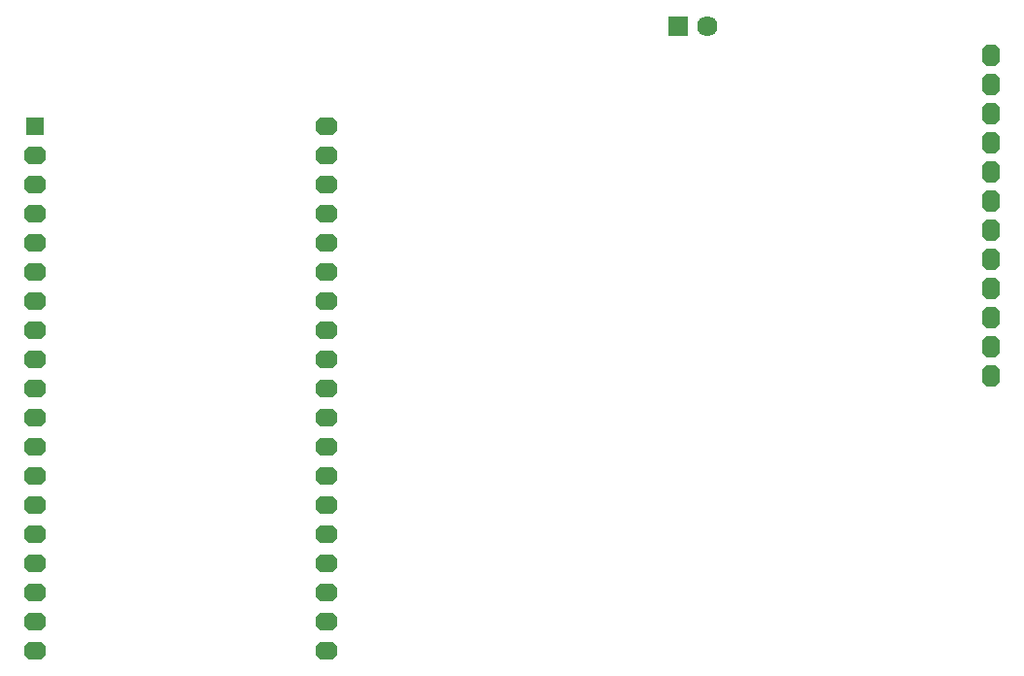
<source format=gbl>
%FSTAX23Y23*%
%MOIN*%
%SFA1B1*%

%IPPOS*%
%AMD48*
4,1,8,0.022000,0.030700,-0.022000,0.030700,-0.037400,0.015400,-0.037400,-0.015400,-0.022000,-0.030700,0.022000,-0.030700,0.037400,-0.015400,0.037400,0.015400,0.022000,0.030700,0.0*
%
%AMD49*
4,1,8,-0.029500,0.022600,-0.029500,-0.022600,-0.014800,-0.037400,0.014800,-0.037400,0.029500,-0.022600,0.029500,0.022600,0.014800,0.037400,-0.014800,0.037400,-0.029500,0.022600,0.0*
%
%ADD45C,0.070280*%
%ADD46R,0.070280X0.070280*%
%ADD47R,0.061420X0.061420*%
G04~CAMADD=48~4~0.0~0.0~748.0~614.2~0.0~153.6~0~0.0~0.0~0.0~0.0~0~0.0~0.0~0.0~0.0~0~0.0~0.0~0.0~0.0~748.0~614.2*
%ADD48D48*%
G04~CAMADD=49~4~0.0~0.0~748.0~590.6~0.0~147.7~0~0.0~0.0~0.0~0.0~0~0.0~0.0~0.0~0.0~0~0.0~0.0~0.0~90.0~590.0~748.0*
%ADD49D49*%
%LNpcb1-1*%
%LPD*%
%SRX1Y1I0J0*%
G54D45*
X0263Y0249D03*
G54D46*
X0253Y0249D03*
G54D47*
X00325Y02147D03*
G54D48*
X00325Y02047D03*
Y00347D03*
Y01947D03*
Y01847D03*
Y01747D03*
Y01647D03*
Y01547D03*
Y01447D03*
Y01347D03*
Y01247D03*
Y01147D03*
Y01047D03*
Y00947D03*
Y00847D03*
Y00747D03*
Y00647D03*
Y00547D03*
Y00447D03*
X01325Y02147D03*
Y02047D03*
Y01947D03*
Y01847D03*
Y01747D03*
Y01647D03*
Y01547D03*
Y01447D03*
Y01347D03*
Y01247D03*
Y01147D03*
Y01047D03*
Y00947D03*
Y00847D03*
Y00747D03*
Y00647D03*
Y00547D03*
Y00447D03*
Y00347D03*
G54D49*
X03605Y0239D03*
Y0229D03*
Y0219D03*
Y0209D03*
Y0199D03*
Y0189D03*
Y0179D03*
Y0169D03*
Y0159D03*
Y0149D03*
Y0139D03*
Y0129D03*
M02*
</source>
